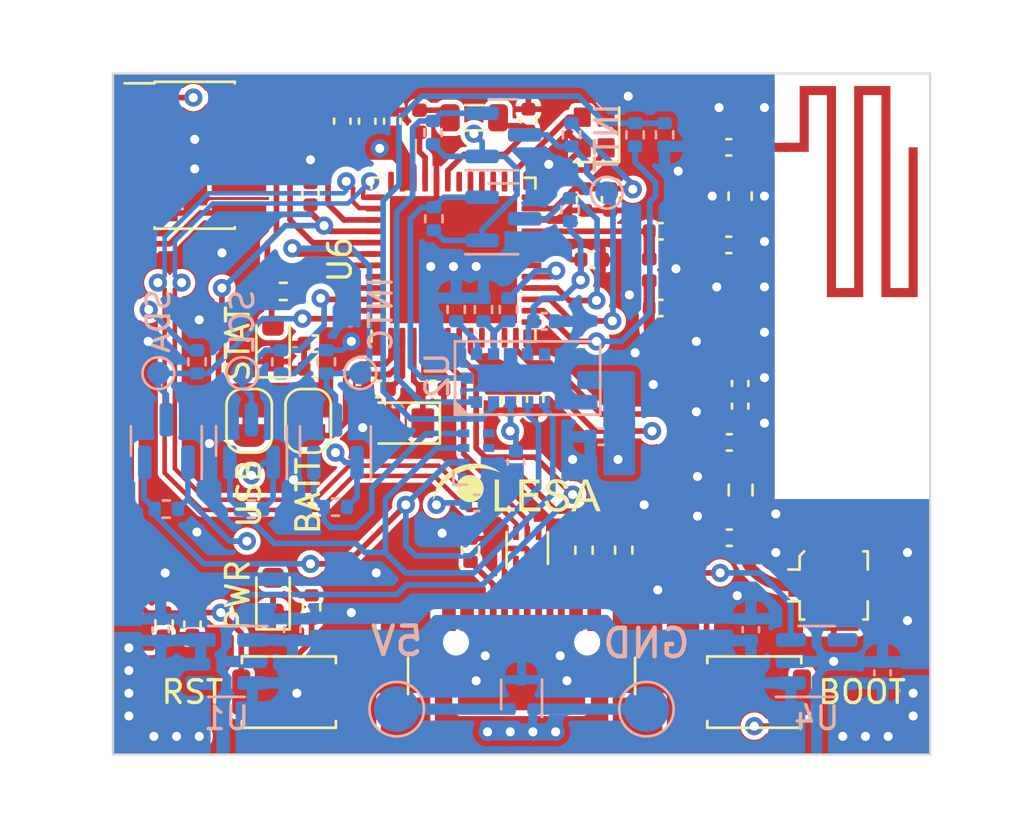
<source format=kicad_pcb>
(kicad_pcb (version 20221018) (generator pcbnew)
  (layers (0 "F.Cu" signal) (1 "In1.Cu" signal) (2 "In2.Cu" signal) (31 "B.Cu" signal) (34 "B.Paste" user) (35 "F.Paste" user) (36 "B.SilkS" user "B.Silkscreen") (37 "F.SilkS" user "F.Silkscreen") (38 "B.Mask" user) (39 "F.Mask" user) (44 "Edge.Cuts" user))
  (net 0 "")
  (net 1 "GND")
  (net 2 "+1V8")
  (net 3 "/OSC32_OUT")
  (net 4 "+3.3V")
  (net 5 "VBUS")
  (net 6 "Net-(U6-VFBSMPS)")
  (net 7 "NRST")
  (net 8 "Net-(D2-A)")
  (net 9 "Net-(J1-CC1)")
  (net 11 "Net-(J1-CC2)")
  (net 14 "SWDIO")
  (net 15 "SWCLK")
  (net 16 "SWO")
  (net 19 "Net-(JP1-B)")
  (net 20 "Net-(L1-Pad2)")
  (net 21 "/INT_CLR_1V8")
  (net 22 "PB5")
  (net 23 "BOOT")
  (net 24 "/OSC32_IN")
  (net 30 "unconnected-(U6-PA4-Pad13)")
  (net 33 "/OSC_OUT")
  (net 34 "/OSC_IN")
  (net 38 "USB_N")
  (net 39 "USB_P")
  (net 40 "INT_CLR_3V3")
  (net 42 "SCL_3V3")
  (net 43 "SDA_3V3")
  (net 44 "SCL_1V8")
  (net 45 "I2C_RST")
  (net 46 "/SYNC_1V8")
  (net 47 "/INT_TOF_1V8")
  (net 48 "INT_TOF_3V3")
  (net 49 "Net-(U2-SPI_I2C_N)")
  (net 50 "/LPn_1V8")
  (net 51 "/I2C_RST_1V8")
  (net 52 "SYNC_3V3")
  (net 54 "Net-(C25-Pad1)")
  (net 55 "Net-(C26-Pad1)")
  (net 56 "Net-(C26-Pad2)")
  (net 57 "Net-(J3-In)")
  (net 58 "Net-(D1-A)")
  (net 59 "Net-(U3-D+_in)")
  (net 60 "Net-(U3-D-_in)")
  (net 61 "Net-(U6-VLXSMPS)")
  (net 69 "Net-(JP2-B)")
  (net 70 "SDA_1V8")
  (net 71 "LPn_3V3")
  (net 72 "Net-(Q6-S)")
  (net 73 "RF")
  (net 74 "Net-(AE1-A)")
  (net 75 "Net-(C28-Pad1)")
  (net 76 "1V8_EN")
  (footprint "Jumper:SolderJumper-2_P1.3mm_Open_RoundedPad1.0x1.5mm" (layer "F.Cu") (at 138.6 115.3 -90)
    (fp_text reference "JP1" hide)
    (fp_text value "BATT")
  )
  (footprint "LED_SMD:LED_0603_1608Metric" (layer "F.Cu") (at 137.05 111.9 90)
    (fp_text reference "D2" hide)
    (fp_text value "STAT")
  )
  (footprint "Capacitor_SMD:C_0402_1005Metric" (layer "F.Cu") (at 154.105 106.95)
    (fp_text reference "C24" hide)
    (fp_text value "0.8pf")
  )
  (footprint "Inductor_SMD:L_0402_1005Metric" (layer "F.Cu") (at 143.5 102.1 -90)
    (fp_text reference "L2" hide)
    (fp_text value "10n")
  )
  (footprint "Capacitor_SMD:C_0402_1005Metric" (layer "F.Cu") (at 148.6 114.35 -90)
    (fp_text reference "C10" hide)
    (fp_text value "1u")
  )
  (footprint "Resistor_SMD:R_0402_1005Metric" (layer "F.Cu") (at 132.25 124.25 90)
    (fp_text reference "R21" hide)
    (fp_text value "1K")
  )
  (footprint "Capacitor_SMD:C_0402_1005Metric" (layer "F.Cu") (at 141.7 113.9 180)
    (fp_text reference "C14" hide)
    (fp_text value "10p")
  )
  (footprint "Capacitor_SMD:C_0402_1005Metric" (layer "F.Cu") (at 157.15 116.25 180)
    (fp_text reference "C28" hide)
    (fp_text value "~")
  )
  (footprint "Occupancy_Sensor_Custom_Footprints:LESA_8x4mm" (layer "F.Cu") (at 147.9 118.3)
    (fp_text reference "G***" hide)
    (fp_text value "LOGO" hide)
  )
  (footprint "Capacitor_SMD:C_0402_1005Metric" (layer "F.Cu") (at 157.63 114.65 -90)
    (fp_text reference "C31" hide)
    (fp_text value "10nf")
  )
  (footprint "Package_DFN_QFN:ST_UQFN-6L_1.5x1.7mm_P0.5mm" (layer "F.Cu") (at 148.25 120.9 90)
    (fp_text reference "U3" hide)
    (fp_text value "ECMF02-2AMX6")
  )
  (footprint "Capacitor_SMD:C_0402_1005Metric" (layer "F.Cu") (at 150.8 105.55 -90)
    (fp_text reference "C22" hide)
    (fp_text value "100n")
  )
  (footprint "Button_Switch_SMD:SW_Push_SPST_NO_Alps_SKRK" (layer "F.Cu") (at 158.25 127.25)
    (fp_text reference "SW1" hide)
    (fp_text value "BOOT")
  )
  (footprint "Capacitor_SMD:C_0402_1005Metric" (layer "F.Cu") (at 147.5 114.35 -90)
    (fp_text reference "C11" hide)
    (fp_text value "10n")
  )
  (footprint "Occupancy_Sensor_Custom_Footprints:NX2016SA_32M" (layer "F.Cu") (at 151.2 102.6 90)
    (fp_text reference "Y2" hide)
    (fp_text value "NX2016SA_32M")
  )
  (footprint "Capacitor_SMD:C_0402_1005Metric" (layer "F.Cu") (at 142.3 102.1 90)
    (fp_text reference "C17" hide)
    (fp_text value "100n")
  )
  (footprint "Button_Switch_SMD:SW_Push_SPST_NO_Alps_SKRK" (layer "F.Cu") (at 137.75 127.25 180)
    (fp_text reference "SW2" hide)
    (fp_text value "RST")
  )
  (footprint "Capacitor_SMD:C_0402_1005Metric" (layer "F.Cu") (at 151.1 108.2)
    (fp_text reference "C13" hide)
    (fp_text value "4.7u")
  )
  (footprint "Resistor_SMD:R_0402_1005Metric" (layer "F.Cu") (at 150.75 121 90)
    (fp_text reference "R2" hide)
    (fp_text value "5.1K")
  )
  (footprint "Capacitor_SMD:C_0402_1005Metric" (layer "F.Cu") (at 140.1 102.1 90)
    (fp_text reference "C16" hide)
    (fp_text value "100n")
  )
  (footprint "Jumper:SolderJumper-2_P1.3mm_Bridged_RoundedPad1.0x1.5mm" (layer "F.Cu") (at 136 115.3 -90)
    (fp_text reference "JP2" hide)
    (fp_text value "USB")
  )
  (footprint "Capacitor_SMD:C_0402_1005Metric" (layer "F.Cu") (at 157.63 113.65 90)
    (fp_text reference "C26" hide)
    (fp_text value "10nf")
  )
  (footprint "Capacitor_SMD:C_0402_1005Metric" (layer "F.Cu") (at 157.13 103.25 180)
    (fp_text reference "C30" hide)
    (fp_text value "1.2pf")
  )
  (footprint "LED_SMD:LED_0603_1608Metric" (layer "F.Cu") (at 137.05 123 90)
    (fp_text reference "D1" hide)
    (fp_text value "PWR")
  )
  (footprint "Capacitor_SMD:C_0402_1005Metric" (layer "F.Cu") (at 141.2 102.1 90)
    (fp_text reference "C15" hide)
    (fp_text value "4.7u")
  )
  (footprint "Resistor_SMD:R_0402_1005Metric" (layer "F.Cu") (at 137.5 109.6)
    (fp_text reference "R13" hide)
    (fp_text value "1K")
  )
  (footprint "Connector_Coaxial:U.FL_Molex_MCRF_73412-0110_Vertical" (layer "F.Cu") (at 161.75 122.55 -90)
    (fp_text reference "J3" hide)
    (fp_text value "Conn_Coaxial")
  )
  (footprint "Connector_PinHeader_1.27mm:PinHeader_2x05_P1.27mm_Vertical_SMD" (layer "F.Cu") (at 133.6 103.6)
    (fp_text reference "J2" hide)
    (fp_text value "Conn_02x05_Odd_Even")
  )
  (footprint "Capacitor_SMD:C_0402_1005Metric" (layer "F.Cu") (at 154.1 110.3282)
    (fp_text reference "C25" hide)
    (fp_text value "0.3pf")
  )
  (footprint "Resistor_SMD:R_0402_1005Metric" (layer "F.Cu") (at 152.5 121 -90)
    (fp_text reference "R15" hide)
    (fp_text value "1K")
  )
  (footprint "Inductor_SMD:L_0603_1608Metric" (layer "F.Cu") (at 157.63 105.4 90)
    (fp_text reference "L5" hide)
    (fp_text value "3.6nH")
  )
  (footprint "Resistor_SMD:R_0402_1005Metric" (layer "F.Cu") (at 145.75 121 90)
    (fp_text reference "R1" hide)
    (fp_text value "5.1K")
  )
  (footprint "Resistor_SMD:R_0402_1005Metric" (layer "F.Cu") (at 138.75 123.5 -90)
    (fp_text reference "R8" hide)
    (fp_text value "1K")
  )
  (footprint "Capacitor_SMD:C_0402_1005Metric" (layer "F.Cu") (at 157.13 107.55 180)
    (fp_text reference "C29" hide)
    (fp_text value "~")
  )
  (footprint "Package_DFN_QFN:QFN-48-1EP_7x7mm_P0.5mm_EP5.6x5.6mm" (layer "F.Cu") (at 145 108.2 90)
    (fp_text reference "U6")
    (fp_text value "STM32WB55CGUx")
  )
  (footprint "Capacitor_SMD:C_0402_1005Metric" (layer "F.Cu") (at 138.9 111.9 180)
    (fp_text reference "C18" hide)
    (fp_text value "100n")
  )
  (footprint "Occupancy_Sensor_Custom_Footprints:NX2012_32K768" (layer "F.Cu") (at 142.9 115.4 180)
    (fp_text reference "Y3" hide)
    (fp_text value "NX2012_32K768")
  )
  (footprint "Capacitor_SMD:C_0402_1005Metric" (layer "F.Cu") (at 151.9 105.55 -90)
    (fp_text reference "C23" hide)
    (fp_text value "100p")
  )
  (footprint "Capacitor_SMD:C_0402_1005Metric" (layer "F.Cu") (at 138.9 113 180)
    (fp_text reference "C20" hide)
    (fp_text value "100n")
  )
  (footprint "Capacitor_SMD:C_0402_1005Metric" (layer "F.Cu") (at 144.1 113.9 180)
    (fp_text reference "C12" hide)
    (fp_text value "10p")
  )
  (footprint "Occupancy_Sensor_Custom_Footprints:LFB182G45CGFD436" (layer "F.Cu") (at 154.75 112.75 135)
    (fp_text reference "U7" hide)
    (fp_text value "~")
  )
  (footprint "Capacitor_SMD:C_0402_1005Metric" (layer "F.Cu") (at 148.3 102.05 90)
    (fp_text reference "C19" hide)
    (fp_text value "4.7u")
  )
  (footprint "Inductor_SMD:L_0805_2012Metric" (layer "F.Cu") (at 145.9 101.95 180)
    (fp_text reference "L1" hide)
    (fp_text value "10u")
  )
  (footprint "Occupancy_Sensor_Custom_Footprints:USB4110-GF-A" (layer "F.Cu") (at 148 131.34)
    (fp_text reference "J1" hide)
    (fp_text value "USB_C_Receptacle")
  )
  (footprint "Occupancy_Sensor_Custom_Footprints:AN3359_Meander_Antenna" (layer "F.Cu") (at 159.15 103.25 -90)
    (fp_text reference "AE1" hide)
    (fp_text value "Antenna")
  )
  (footprint "Resistor_SMD:R_0603_1608Metric" (layer "F.Cu") (at 157.65 118.35 -90)
    (fp_text reference "L4" hide)
    (fp_text value "0R")
  )
  (footprint "Inductor_SMD:L_0402_1005Metric" (layer "F.Cu") (at 153.625 108.651 -90)
    (fp_text reference "L3" hide)
    (fp_text value "2.7nH")
  )
  (footprint "Capacitor_SMD:C_0402_1005Metric" (layer "F.Cu") (at 133.5 124.25 -90)
    (fp_text reference "C9" hide)
    (fp_text value "100n")
  )
  (footprint "Capacitor_SMD:C_0402_1005Metric" (layer "F.Cu") (at 138.7 105.3 90)
    (fp_text reference "C21" hide)
    (fp_text value "100n")
  )
  (footprint "Capacitor_SMD:C_0402_1005Metric" (layer "F.Cu") (at 157.15 120.45 180)
    (fp_text reference "C27" hide)
    (fp_text value "~")
  )
  (footprint "Resistor_SMD:R_0402_1005Metric" (layer "B.Cu") (at 145.12 110.4 90)
    (fp_text reference "R3" hide)
    (fp_text value "47K")
  )
  (footprint "Capacitor_SMD:C_0402_1005Metric" (layer "B.Cu") (at 132.1 124.5 90)
    (fp_text reference "C5" hide)
    (fp_text value "1u")
  )
  (footprint "Capacitor_SMD:C_0402_1005Metric" (layer "B.Cu") (at 149 110.915)
    (fp_text reference "C1" hide)
    (fp_text value "4.7u")
  )
  (footprint "Capacitor_SMD:C_0402_1005Metric" (layer "B.Cu") (at 146.02 118.915)
    (fp_text reference "C8" hide)
    (fp_text value "1u")
  )
  (footprint "Package_TO_SOT_SMD:SOT-523" (layer "B.Cu") (at 148 127.35 90)
    (fp_text reference "Q6" hide)
    (fp_text value "DMG1012T")
  )
  (footprint "Resistor_SMD:R_0402_1005Metric" (layer "B.Cu") (at 139.8 119.1 180)
    (fp_text reference "R14" hide)
    (fp_text value "2.2K")
  )
  (footprint "Package_TO_SOT_SMD:SOT-23" (layer "B.Cu") (at 139.8 116.2 90)
    (fp_text reference "Q3" hide)
    (fp_text value "2N7002")
  )
  (footprint "Resistor_SMD:R_0402_1005Metric" (layer "B.Cu") (at 146.32 110.4 90)
    (fp_text reference "R5" hide)
    (fp_text value "47K")
  )
  (footprint "Package_TO_SOT_SMD:SOT-23-5" (layer "B.Cu") (at 161 125.9)
    (fp_text reference "U4")
    (fp_text value "TPS7A03185PDQNR")
  )
  (footprint "Capacitor_SMD:C_0402_1005Metric" (layer "B.Cu") (at 158.1 124.5 90)
    (fp_text reference "C6" hide)
    (fp_text value "1u")
  )
  (footprint "TestPoint:TestPoint_Pad_D2.0mm" (layer "B.Cu") (at 142.5 128)
    (fp_text reference "TP1" hide)
    (fp_text value "5V")
  )
  (footprint "Capacitor_SMD:C_0402_1005Metric" (layer "B.Cu") (at 163.9 126.4 90)
    (fp_text reference "C7" hide)
    (fp_text value "1u")
  )
  (footprint "Package_TO_SOT_SMD:SOT-23" (layer "B.Cu") (at 147.2 102.7)
    (fp_text reference "Q1" hide)
    (fp_text value "2N7002")
  )
  (footprint "Resistor_SMD:R_0402_1005Metric" (layer "B.Cu") (at 154.3 102.7 -90)
    (fp_text reference "R12" hide)
    (fp_text value "47K")
  )
  (footprint "Package_TO_SOT_SMD:SOT-23" (layer "B.Cu") (at 136.1 116.1875 90)
    (fp_text reference "Q4" hide)
    (fp_text value "2N7002")
  )
  (footprint "TestPoint:TestPoint_Pad_D1.0mm" (layer "B.Cu") (at 135.7 113.2 180)
    (fp_text reference "TP3" hide)
    (fp_text value "SCL")
  )
  (footprint "TestPoint:TestPoint_Pad_D2.0mm" (layer "B.Cu") (at 153.5 128 -90)
    (fp_text reference "TP2" hide)
    (fp_text value "GND")
  )
  (footprint "Resistor_SMD:R_0402_1005Metric" (layer "B.Cu") (at 150.1375 106 90)
    (fp_text reference "R10" hide)
    (fp_text value "47K")
  )
  (footprint "Resistor_SMD:R_0402_1005Metric" (layer "B.Cu") (at 136.1 119.1875 180)
    (fp_text reference "R16" hide)
    (fp_text value "2.2K")
  )
  (footprint "Capacitor_SMD:C_0402_1005Metric" (layer "B.Cu") (at 147.75 117.115 -90)
    (fp_text reference "C4" hide)
    (fp_text value "100n")
  )
  (footprint "Resistor_SMD:R_0402_1005Metric" (layer "B.Cu") (at 133.7 112.7 -90)
    (fp_text reference "R20" hide)
    (fp_text value "2.2K")
  )
  (footprint "Occupancy_Sensor_Custom_Footprints:VL53L8CX" (layer "B.Cu") (at 148.265 113.415 180)
    (fp_text reference "U2")
    (fp_text value "VL53L8CX")
  )
  (footprint "Resistor_SMD:R_0402_1005Metric" (layer "B.Cu") (at 147.42 110.4 -90)
    (fp_text reference "R4" hide)
    (fp_text value "40K")
  )
  (footprint "Package_TO_SOT_SMD:SOT-23" (layer "B.Cu") (at 147.2 106.4)
    (fp_text reference "Q2" hide)
    (fp_text value "2N7002")
  )
  (footprint "Package_TO_SOT_SMD:SOT-23-5" (layer "B.Cu") (at 135 125.9 180)
    (fp_text reference "U1")
    (fp_text value "TPS7A0333PDBVR")
  )
  (footprint "TestPoint:TestPoint_Pad_D1.0mm" (layer "B.Cu") (at 151.75 105.25 180)
    (fp_text reference "TP5" hide)
    (fp_text value "INTT")
  )
  (footprint "Package_TO_SOT_SMD:SOT-23" (layer "B.Cu") (at 132.35 116.1875 90)
    (fp_text reference "Q5" hide)
    (fp_text value "2N7002")
  )
  (footprint "TestPoint:TestPoint_Pad_D1.0mm" (layer "B.Cu") (at 132 113.2 180)
    (fp_text reference "TP4" hide)
    (fp_text value "SDA")
  )
  (footprint "Occupancy_Sensor_Custom_Footprints:TCS3430" (layer "B.Cu") (at 146 116.815)
    (fp_text reference "U5" hide)
    (fp_text value "TCS3430")
  )
  (footprint "Capacitor_SMD:C_0402_1005Metric" (layer "B.Cu") (at 151.5 116 180)
    (fp_text reference "C2" hide)
    (fp_text value "100n")
  )
  (footprint "Capacitor_SMD:C_0402_1005Metric" (layer "B.Cu") (at 137.9 124.5 90)
    (fp_text reference "C3" hide)
    (fp_text value "1u")
  )
  (footprint "Resistor_SMD:R_0402_1005Metric" (layer "B.Cu") (at 139.4 112.7 -90)
    (fp_text reference "R17" hide)
    (fp_text value "2.2K")
  )
  (footprint "TestPoint:TestPoint_Pad_D1.0mm" (layer "B.Cu") (at 140.9 113.2 180)
    (fp_text reference "TP7" hide)
    (fp_text value "INTC")
  )
  (footprint "Resistor_SMD:R_0402_1005Metric" (layer "B.Cu") (at 144.1 102.6 90)
    (fp_text reference "R6" hide)
    (fp_text value "47K")
  )
  (footprint "Resistor_SMD:R_0402_1005Metric" (layer "B.Cu") (at 132.35 119.1875 180)
    (fp_text reference "R19" hide)
    (fp_text value "2.2K")
  )
  (footprint "Resistor_SMD:R_0402_1005Metric" (layer "B.Cu") (at 153 102.7 90)
    (fp_text reference "R11" hide)
    (fp_text value "40K")
  )
  (footprint "Resistor_SMD:R_0402_1005Metric" (layer "B.Cu") (at 144.1375 106.4 90)
    (fp_text reference "R7" hide)
    (fp_text value "47K")
  )
  (footprint "Resistor_SMD:R_0402_1005Metric" (layer "B.Cu") (at 150.2 102.7 -90)
    (fp_text reference "R9" hide)
    (fp_text value "47K")
  )
  (footprint "Resistor_SMD:R_0402_1005Metric" (layer "B.Cu") (at 137.4 112.7 90)
    (fp_text reference "R18" hide)
    (fp_text value "2.2K")
  )
  (gr_line (start 166 100) (end 130 100) (stroke (width 0.1)) (layer "Edge.Cuts"))
  (gr_line (start 130 130) (end 166 130) (stroke (width 0.1)) (layer "Edge.Cuts"))
  (gr_line (start 166 130) (end 166 100) (stroke (width 0.1)) (layer "Edge.Cuts"))
  (gr_line (start 130 100) (end 130 130) (stroke (width 0.1)) (layer "Edge.Cuts"))
  (segment (start 150.675 103.275) (end 150.075 103.275) (width 0.25) (layer "F.Cu") (net 1))
  (segment (start 150.075 103.275) (end 149.7 103.65) (width 0.25) (layer "F.Cu") (net 1))
  (segment (start 144.25 107.45) (end 145 108.5) (width 0.25) (layer "F.Cu") (net 1))
  (segment (start 138.7 104.82) (end 138.7 103.8) (width 0.25) (layer "F.Cu") (net 1))
  (segment (start 144.25 104.7625) (end 144.25 107.45) (width 0.25) (layer "F.Cu") (net 1))
  (segment (start 146.75 106.45) (end 145 108.2) (width 0.25) (layer "F.Cu") (net 1))
  (segment (start 145 108.5) (end 145 108.2) (width 0.25) (layer "F.Cu") (net 1))
  (segment (start 148.4375 106.45) (end 146.75 106.45) (width 0.25) (layer "F.Cu") (net 1))
  (via (at 153 112.3) (size 0.8) (drill 0.4) (layers "F.Cu" "B.Cu") (net 1))
  (via (at 154.9 104.3) (size 0.8) (drill 0.4) (layers "F.Cu" "B.Cu") (net 1))
  (via (at 156.7 101.5) (size 0.8) (drill 0.4) (layers "F.Cu" "B.Cu") (net 1))
  (via (at 158.7 111.4) (size 0.8) (drill 0.4) (layers "F.Cu" "B.Cu") (net 1))
  (via (at 133.7 120.2) (size 0.8) (drill 0.4) (layers "F.Cu" "B.Cu") (net 1))
  (via (at 134.25 116.3) (size 0.8) (drill 0.4) (layers "F.Cu" "B.Cu") (net 1))
  (via (at 153.4 119) (size 0.8) (drill 0.4) (layers "F.Cu" "B.Cu") (net 1))
  (via (at 134.8 107.9) (size 0.8) (drill 0.4) (layers "F.Cu" "B.Cu") (net 1))
  (via (at 144.5 120.25) (size 0.8) (drill 0.4) (layers "F.Cu" "B.Cu") (net 1))
  (via (at 131.55 111.8) (size 0.8) (drill 0.4) (layers "F.Cu" "B.Cu") (net 1))
  (via (at 155.75 119.5) (size 0.8) (drill 0.4) (layers "F.Cu" "B.Cu") (net 1))
  (via (at 141 115.6) (size 0.8) (drill 0.4) (layers "F.Cu" "B.Cu") (net 1))
  (via (at 152.7 101) (size 0.8) (drill 0.4) (layers "F.Cu" "B.Cu") (net 1))
  (via (at 133.8 110.85) (size 0.8) (drill 0.4) (layers "F.Cu" "B.Cu") (net 1))
  (via (at 159.2 119.4) (size 0.8) (drill 0.4) (layers "F.Cu" "B.Cu") (net 1))
  (via (at 155.7 114.9) (size 0.8) (drill 0.4) (layers "F.Cu" "B.Cu") (net 1))
  (via (at 158.7 109.4) (size 0.8) (drill 0.4) (layers "F.Cu" "B.Cu") (net 1))
  (via (at 138.7 103.8) (size 0.8) (drill 0.4) (layers "F.Cu" "B.Cu") (net 1))
  (via (at 165 121.1) (size 0.8) (drill 0.4) (layers "F.Cu" "B.Cu") (net 1))
  (via (at 159.2 121.1) (size 0.8) (drill 0.4) (layers "F.Cu" "B.Cu") (net 1))
  (via (at 133.6 104.2) (size 0.8) (drill 0.4) (layers "F.Cu" "B.Cu") (net 1))
  (via (at 149.5 129) (size 0.8) (drill 0.4) (layers "F.Cu" "B.Cu") (net 1))
  (via (at 154.8 108.6) (size 0.8) (drill 0.4) (layers "F.Cu" "B.Cu") (net 1))
  (via (at 140.5 123.75) (size 0.8) (drill 0.4) (layers "F.Cu" "B.Cu") (net 1))
  (via (at 150.25 117) (size 0.8) (drill 0.4) (layers "F.Cu" "B.Cu") (net 1))
  (via (at 137.95 117.9) (size 0.8) (drill 0.4) (layers "F.Cu" "B.Cu") (net 1))
  (via (at 158.7 107.4) (size 0.8) (drill 0.4) (layers "F.Cu" "B.Cu") (net 1))
  (via (at 153.8 113.7) (size 0.8) (drill 0.4) (layers "F.Cu" "B.Cu") (net 1))
  (via (at 133.6 102.9) (size 0.8) (drill 0.4) (layers "F.Cu" "B.Cu") (net 1))
  (via (at 158.7 101.5) (size 0.8) (drill 0.4) (layers "F.Cu" "B.Cu") (net 1))
  (via (at 155.7 111.8) (size 0.8) (drill 0.4) (layers "F.Cu" "B.Cu") (net 1))
  (via (at 141.6 122) (size 0.8) (drill 0.4) (layers "F.Cu" "B.Cu") (net 1))
  (via (at 144 108.5) (size 0.8) (drill 0.4) (layers "F.Cu" "B.Cu") (net 1))
  (via (at 154 122.75) (size 0.8) (drill 0.4) (layers "F.Cu" "B.Cu") (net 1))
  (via (at 156.6 109.4) (size 0.8) (drill 0.4) (layers "F.Cu" "B.Cu") (net 1))
  (via (at 155.75 117.75) (size 0.8) (drill 0.4) (layers "F.Cu" "B.Cu") (net 1))
  (via (at 158.7 105.4) (size 0.8) (drill 0.4) (layers "F.Cu" "B.Cu") (net 1))
  (via (at 156.4 105.4) (size 0.8) (drill 0.4) (layers "F.Cu" "B.Cu") (net 1))
  (via (at 147.5 129) (size 0.8) (drill 0.4) (layers "F.Cu" "B.Cu") (net 1))
  (via (at 158.7 113.4) (size 0.8) (drill 0.4) (layers "F.Cu" "B.Cu") (net 1))
  (via (at 152.75 109.75) (size 0.8) (drill 0.4) (layers "F.Cu" "B.Cu") (net 1))
  (via (at 146.5 129) (size 0.8) (drill 0.4) (layers "F.Cu" "B.Cu") (net 1))
  (via (at 158.7 115.4) (size 0.8) (drill 0.4) (layers "F.Cu" "B.Cu") (net 1))
  (via (at 157.5 123) (size 0.8) (drill 0.4) (layers "F.Cu" "B.Cu") (net 1))
  (via (at 165 124.1) (size 0.8) (drill 0.4) (layers "F.Cu" "B.Cu") (net 1))
  (via (at 145 108.5) (size 0.8) (drill 0.4) (layers "F.Cu" "B.Cu") (net 1))
  (via (at 146 108.5) (size 0.8) (drill 0.4) (layers "F.Cu" "B.Cu") (net 1))
  (via (at 132.3 122) (size 0.8) (drill 0.4) (layers "F.Cu" "B.Cu") (net 1))
  (via (at 161.75 125.9) (size 0.8) (drill 0.4) (layers "F.Cu" "B.Cu") (net 1))
  (via (at 149.2 104) (size 0.8) (drill 0.4) (layers "F.Cu" "B.Cu") (net 1))
  (via (at 148.5 129) (size 0.8) (drill 0.4) (layers "F.Cu" "B.Cu") (net 1))
  (segment (start 136.1375 125.9) (end 135.6 125.9) (width 0.25) (layer "B.Cu") (net 1))
  (segment (start 149.5 129) (end 146.5 129) (width 0.75) (layer "B.Cu") (net 1))
  (via (at 165.25 128.3) (size 0.8) (drill 0.4) (layers "F.Cu" "B.Cu") (net 2))
  (via (at 147.5 115.75) (size 0.8) (drill 0.4) (layers "F.Cu" "B.Cu") (net 2))
  (via (at 164.15 129.2) (size 0.8) (drill 0.4) (layers "F.Cu" "B.Cu") (net 2))
  (via (at 152.25 117) (size 0.8) (drill 0.4) (layers "F.Cu" "B.Cu") (net 2))
  (via (at 162.15 129.2) (size 0.8) (drill 0.4) (layers "F.Cu" "B.Cu") (net 2))
  (via (at 145.9 102.6495) (size 0.8) (drill 0.4) (layers "F.Cu" "B.Cu") (net 2))
  (via (at 165.25 127.3) (size 0.8) (drill 0.4) (layers "F.Cu" "B.Cu") (net 2))
  (via (at 163.15 129.2) (size 0.8) (drill 0.4) (layers "F.Cu" "B.Cu") (net 2))
  (via (at 139.8 116.7) (size 0.8) (drill 0.4) (layers "F.Cu" "B.Cu") (net 2))
  (via (at 136.1 117.7) (size 0.8) (drill 0.4) (layers "F.Cu" "B.Cu") (net 2))
  (via (at 144.25 119) (size 0.8) (drill 0.4) (layers "F.Cu" "B.Cu") (net 2))
  (via (at 135.9 120.6) (size 0.8) (drill 0.4) (layers "F.Cu" "B.Cu") (net 2))
  (segment (start 133.3 117.125) (end 133.3 118.7475) (width 0.25) (layer "B.Cu") (net 2))
  (segment (start 136.675 117.125) (end 136.1 117.7) (width 0.25) (layer "B.Cu") (net 2))
  (segment (start 147.8 105.328249) (end 147.8 104.2) (width 0.25) (layer "B.Cu") (net 2))
  (segment (start 137.05 117.125) (end 137.05 118.7475) (width 0.25) (layer "B.Cu") (net 2))
  (segment (start 140.75 118.66) (end 140.31 119.1) (width 0.25) (layer "B.Cu") (net 2))
  (segment (start 146.2625 103.65) (end 146.2625 103.012) (width 0.25) (layer "B.Cu") (net 2))
  (segment (start 146.2625 103.65) (end 144.64 103.65) (width 0.25) (layer "B.Cu") (net 2))
  (segment (start 137.05 118.7475) (end 136.61 119.1875) (width 0.25) (layer "B.Cu") (net 2))
  (segment (start 144.64 103.65) (end 144.1 103.11) (width 0.25) (layer "B.Cu") (net 2))
  (segment (start 135.1525 120.6) (end 135.9 120.6) (width 0.25) (layer "B.Cu") (net 2))
  (segment (start 145.45 117.775) (end 145.45 118.825) (width 0.25) (layer "B.Cu") (net 2))
  (segment (start 137.05 117.125) (end 136.675 117.125) (width 0.25) (layer "B.Cu") (net 2))
  (segment (start 147.8 104.2) (end 147.25 103.65) (width 0.25) (layer "B.Cu") (net 2))
  (segment (start 147.515 114.4725) (end 147.515 115.713787) (width 0.25) (layer "B.Cu") (net 2))
  (segment (start 145.54 118.915) (end 144.485 118.915) (width 0.25) (layer "B.Cu") (net 2))
  (segment (start 133.3 118.7475) (end 132.86 119.1875) (width 0.25) (layer "B.Cu") (net 2))
  (segment (start 146.2625 107.35) (end 144.5775 107.35) (width 0.25) (layer "B.Cu") (net 2))
  (segment (start 146.2625 103.012) (end 145.9 102.6495) (width 0.25) (layer "B.Cu") (net 2))
  (segment (start 147.75 115.865) (end 147.75 116.635) (width 0.25) (layer "B.Cu") (net 2))
  (segment (start 140.2375 117.1375) (end 139.8 116.7) (width 0.25) (layer "B.Cu") (net 2))
  (segment (start 146.2625 107.35) (end 146.2625 106.865749) (width 0.25) (layer "B.Cu") (net 2))
  (segment (start 147.5 115.615) (end 147.75 115.865) (width 0.25) (layer "B.Cu") (net 2))
  (segment (start 146.2625 106.865749) (end 147.8 105.328249) (width 0.25) (layer "B.Cu") (net 2))
  (segment (start 140.75 117.1375) (end 140.2375 117.1375) (width 0.25) (layer "B.Cu") (net 2))
  (segment (start 147.25 103.65) (end 146.2625 103.65) (width 0.25) (layer "B.Cu") (net 2))
  (segment (start 145.45 118.825) (end 145.54 118.915) (width 0.25) (layer "B.Cu") (net 2))
  (segment (start 133.3 118.7475) (end 135.1525 120.6) (width 0.25) (layer "B.Cu") (net 2))
  (segment (start 144.5775 107.35) (end 144.1375 106.91) (width 0.25) (layer "B.Cu") (net 2))
  (segment (start 140.75 117.1375) (end 140.75 118.66) (width 0.25) (layer "B.Cu") (net 2))
  (arc (start 147.515 115.713787) (mid 147.511102 115.733385) (end 147.5 115.75) (width 0.25) (layer "B.Cu") (net 2))
  (segment (start 143.62 113.9) (end 143.25 113.53) (width 0.25) (layer "F.Cu") (net 3))
  (segment (start 143.65 113.93) (end 143.62 113.9) (width 0.25) (layer "F.Cu") (net 3))
  (segment (start 143.25 113.53) (end 143.25 111.6375) (width 0.25) (layer "F.Cu") (net 3))
  (segment (start 143.65 115.4) (end 143.65 113.93) (width 0.25) (layer "F.Cu") (net 3))
  (segment (start 160.35 128.15) (end 160.35 127.25) (width 0.25) (layer "F.Cu") (net 4))
  (segment (start 130.7 125.3) (end 131.71 125.3) (width 0.25) (layer "F.Cu") (net 4))
  (segment (start 150.33 105.07) (end 150.8 105.07) (width 0.25) (layer "F.Cu") (net 4))
  (segment (start 131.71 125.3) (end 132.25 124.76) (width 0.25) (layer "F.Cu") (net 4))
  (segment (start 150.8 105.07) (end 151.9 105.07) (width 0.25) (layer "F.Cu") (net 4))
  (segment (start 148.6 113.87) (end 149.37 113.87) (width 0.25) (layer "F.Cu") (net 4))
  (segment (start 148.6 113.87) (end 148.63 113.9) (width 0.25) (layer "F.Cu") (net 4))
  (segment (start 151.25 115.75) (end 153.75 115.75) (width 0.25) (layer "F.Cu") (net 4))
  (segment (start 150.6 108.22) (end 150.62 108.2) (width 0.25) (layer "F.Cu") (net 4))
  (segment (start 158.25 128.75) (end 159.75 128.75) (width 0.25) (layer "F.Cu") (net 4))
  (segment (start 150.62 108.2) (end 150.2 108.2) (width 0.25) (layer "F.Cu") (net 4))
  (segment (start 159.75 128.75) (end 160.35 128.15) (width 0.25) (layer "F.Cu") (net 4))
  (segment (start 148.4375 105.95) (end 149.45 105.95) (width 0.25) (layer "F.Cu") (net 4))
  (segment (start 149.37 113.87) (end 151.25 115.75) (width 0.25) (layer "F.Cu") (net 4))
  (segment (start 150.62 109.08) (end 150.6 109.1) (width 0.25) (layer "F.Cu") (net 4))
  (segment (start 150.62 108.2) (end 150.62 109.08) (width 0.25) (layer "F.Cu") (net 4))
  (segment (start 149.45 107.45) (end 150.2 108.2) (width 0.25) (layer "F.Cu") (net 4))
  (segment (start 152.87 105.07) (end 152.9 105.1) (width 0.25) (layer "F.Cu") (net 4))
  (segment (start 151.9 105.07) (end 152.87 105.07) (width 0.25) (layer "F.Cu") (net 4))
  (segment (start 149.45 105.95) (end 150.33 105.07) (width 0.25) (layer "F.Cu") (net 4))
  (segment (start 148.4375 107.45) (end 149.45 107.45) (width 0.25) (layer "F.Cu") (net 4))
  (segment (start 131.65 101.06) (end 133.54 101.06) (width 0.25) (layer "F.Cu") (net 4))
  (via (at 131.8 129.2) (size 0.8) (drill 0.4) (layers "F.Cu" "B.Cu") (net 4))
  (via (at 153.75 115.75) (size 0.8) (drill 0.4) (layers "F.Cu" "B.Cu") (net 4))
  (via (at 140.5 111.8) (size 0.8) (drill 0.4) (layers "F.Cu" "B.Cu") (net 4))
  (via (at 133.8 129.2) (size 0.8) (drill 0.4) (layers "F.Cu" "B.Cu") (net 4))
  (via (at 133.54 101.06) (size 0.8) (drill 0.4) (layers "F.Cu" "B.Cu") (net 4))
  (via (at 130.7 125.3) (size 0.8) (drill 0.4) (layers "F.Cu" "B.Cu") (net 4))
  (via (at 130.7 128.3) (size 0.8) (drill 0.4) (layers "F.Cu" "B.Cu") (net 4))
  (via (at 130.7 126.3) (size 0.8) (drill 0.4) (layers "F.Cu" "B.Cu") (net 4))
  (via (at 141.75 103.3) (size 0.8) (drill 0.4) (layers "F.Cu" "B.Cu") (net 4))
  (via (at 158.25 128.75) (size 0.8) (drill 0.4) (layers "F.Cu" "B.Cu") (net 4))
  (via (at 132.8 129.2) (size 0.8) (drill 0.4) (layers "F.Cu" "B.Cu") (net 4))
  (via (at 130.7 127.3) (size 0.8) (drill 0.4) (layers "F.Cu" "B.Cu") (net 4))
  (via (at 152.9 105.1) (size 0.8) (drill 0.4) (layers "F.Cu" "B.Cu") (net 4))
  (via (at 131.575499 110.4) (size 0.8) (drill 0.4) (layers "F.Cu" "B.Cu") (net 4))
  (via (at 150.6 109.1) (size 0.8) (drill 0.4) (layers "F.Cu" "B.Cu") (net 4))
  (segment (start 148.52 110.915) (end 148.52 110.3) (width 0.25) (layer "B.Cu") (net 4))
  (segment (start 131.575499 110.4) (end 133.365499 112.19) (width 0.25) (layer "B.Cu") (net 4))
  (segment (start 150.2 102.19) (end 152.9 104.89) (width 0.25) (layer "B.Cu") (net 4))
  (segment (start 150.6 107.3725) (end 150.1375 106.91) (width 0.25) (layer "B.Cu") (net 4))
  (segment (start 152.9 104.89) (end 152.9 105.1) (width 0.25) (layer "B.Cu") (net 4))
  (segment (start 150.1375 106.91) (end 150.1375 106.51) (width 0.25) (layer "B.Cu") (net 4))
  (segment (start 133.365499 112.19) (end 133.7 112.19) (width 0.25) (layer "B.Cu") (net 4))
  (segment (start 148.52 110.915) (end 148.3 111.135) (width 0.25) (layer "B.Cu") (net 4))
  (segment (start 139.4 112.19) (end 140.11 112.19) (width 0.25) (layer "B.Cu") (net 4))
  (segment (start 149.8 109.9) (end 150.6 109.1) (width 0.25) (layer "B.Cu") (net 4))
  (segment (start 140.5 111.8) (end 140.5 111.99) (width 0.25) (layer "B.Cu") (net 4))
  (segment (start 148.3 111.135) (end 148.3 112.3575) (width 0.25) (layer "B.Cu") (net 4))
  (segment (start 148.52 110.3) (end 148.92 109.9) (width 0.25) (layer "B.Cu") (net 4))
  (segment (start 137.99 113.21) (end 137.4 113.21) (width 0.25) (layer "B.Cu") (net 4))
  (segment (start 140.11 112.19) (end 140.5 111.8) (width 0.25) (layer "B.Cu") (net 4))
  (segment (start 148.92 109.9) (end 149.8 109.9) (width 0.25) (layer "B.Cu") (net 4))
  (segment (start 139.4 112.19) (end 139.01 112.19) (width 0.25) (layer "B.Cu") (net 4))
  (segment (start 139.01 112.19) (end 137.99 113.21) (width 0.25) (layer "B.Cu") (net 4))
  (segment (start 150.6 109.1) (end 150.6 107.3725) (width 0.25) (layer "B.Cu") (net 4))
  (segment (start 138.1 125.65) (end 138.1 127.3) (width 0.25) (layer "F.Cu") (net 5))
  (segment (start 138.75 124.01) (end 138.75 125) (width 0.25) (layer "F.Cu") (net 5))
  (segment (start 138.75 125) (end 138.1 125.65) (width 0.25) (layer "F.Cu") (net 5))
  (via (at 149.7 125.65) (size 0.8) (drill 0.4) (layers "F.Cu" "B.Cu") (net 5))
  (via (at 150 126.75) (size 0.8) (drill 0.4) (layers "F.Cu" "B.Cu") (net 5))
  (via (at 146.4 125.65) (size 0.8) (drill 0.4) (layers "F.Cu" "B.Cu") (net 5))
  (via (at 146 126.75) (size 0.8) (drill 0.4) (layers "F.Cu" "B.Cu") (net 5))
  (via (at 138.1 127.3) (size 0.8) (drill 0.4) (layers "F.Cu" "B.Cu") (net 5))
  (segment (start 148.3 102.53) (end 148.07 102.3) (width 0.25) (layer "F.Cu") (net 6))
  (segment (start 147.266504 103.563496) (end 148.3 102.53) (width 0.25) (layer "F.Cu") (net 6))
  (segment (start 147.3125 102.3) (end 146.9625 101.95) (width 0.25) (layer "F.Cu") (net 6))
  (segment (start 148.07 102.3) (end 147.3125 102.3) (width 0.25) (layer "F.Cu") (net 6))
  (segment (start 144.75 104.7625) (end 144.75 104.276992) (width 0.25) (layer "F.Cu") (net 6))
  (segment (start 145.463496 103.563496) (end 147.266504 103.563496) (width 0.25) (layer "F.Cu") (net 6))
  (segment (start 144.75 104.276992) (end 145.463496 103.563496) (width 0.25) (layer "F.Cu") (net 6))
  (segment (start 132.5 107.5) (end 131.9 107.5) (width 0.25) (layer "F.Cu") (net 7))
  (segment (start 130.8 123.05) (end 131.52 123.77) (width 0.25) (layer "F.Cu") (net 7))
  (segment (start 133.52 123.75) (end 133.5 123.77) (width 0.25) (layer "F.Cu") (net 7))
  (segment (start 135.65 124.65) (end 135.65 127.25) (width 0.25) (layer "F.Cu") (net 7))
  (segment (start 146 113.2) (end 146 116.5) (width 0.25) (layer "F.Cu") (net 7))
  (segment (start 145.25 112.45) (end 146 113.2) (width 0.25) (layer "F.Cu") (net 7))
  (segment (start 131.52 123.77) (end 133.5 123.77) (width 0.25) (layer "F.Cu") (net 7))
  (segment (start 148.6 116.9) (end 147.25 116.9) (width 0.25) (layer "F.Cu") (net 7))
  (segment (start 135.55 106.14) (end 133.86 106.14) (width 0.25) (layer "F.Cu") (net 7))
  (segment (start 131.9 107.5) (end 130.8 108.6) (width 0.25) (layer "F.Cu") (net 7))
  (segment (start 146.4 116.9) (end 147.25 116.9) (width 0.25) (layer "F.Cu") (net 7))
  (segment (start 134.75 123.75) (end 133.52 123.75) (width 0.25) (layer "F.Cu") (net 7))
  (segment (start 130.8 108.6) (end 130.8 123.05) (width 0.25) (layer "F.Cu") (net 7))
  (segment (start 133.86 106.14) (end 132.5 107.5) (width 0.25) (layer "F.Cu") (net 7))
  (segment (start 150.25 118.55) (end 148.6 116.9) (width 0.25) (layer "F.Cu") (net 7))
  (segment (start 145.25 111.6375) (end 145.25 112.45) (width 0.25) (layer "F.Cu") (net 7))
  (segment (start 134.75 123.75) (end 135.65 124.65) (width 0.25) (layer "F.Cu") (net 7))
  (segment (start 146 116.5) (end 146.4 116.9) (width 0.25) (layer "F.Cu") (net 7))
  (via (at 150.25 118.55) (size 0.8) (drill 0.4) (layers "F.Cu" "B.Cu") (net 7))
  (via (at 134.75 123.75) (size 0.8) (drill 0.4) (layers "F.Cu" "B.Cu") (net 7))
  (segment (start 135.55 122.95) (end 134.75 123.75) (width 0.25) (layer "B.Cu") (net 7))
  (segment (start 150.25 118.55) (end 146.275 122.525) (width 0.25) (layer "B.Cu") (net 7))
  (segment (start 142.5 122.95) (end 135.55 122.95) (width 0.25) (layer "B.Cu") (net 7))
  (segment (start 142.925 122.525) (end 142.5 122.95) (width 0.25) (layer "B.Cu") (net 7))
  (segment (start 146.275 122.525) (end 142.925 122.525) (width 0.25) (layer "B.Cu") (net 7))
  (segment (start 136.99 111.0525) (end 137.05 111.1125) (width 0.25) (layer "F.Cu") (net 8))
  (segment (start 136.99 109.6) (end 136.99 111.0525) (width 0.25) (layer "F.Cu") (net 8))
  (segment (start 145.75 121.51) (end 146.75 122.51) (width 0.25) (layer "F.Cu") (net 9))
  (segment (start 146.75 122.51) (end 146.75 123.7396) (width 0.25) (layer "F.Cu") (net 9))
  (segment (start 146.090502 121.850503) (end 145.75 121.51) (width 0.25) (layer "F.Cu") (net 9))
  (segment (start 149.75 122.51) (end 149.75 123.7396) (width 0.25) (layer "F.Cu") (net 11))
  (segment (start 150.75 121.51) (end 149.75 122.51) (width 0.25) (layer "F.Cu") (net 11))
  (segment (start 139.475 105.75) (end 140.175 106.45) (width 0.25) (layer "F.Cu") (net 14))
  (segment (start 135.55 101.06) (end 137.11 101.06) (width 0.25) (layer "F.Cu") (net 14))
  (segment (start 140.175 106.45) (end 141.5625 106.45) (width 0.25) (layer "F.Cu") (net 14))
  (segment (start 139.475 103.425) (end 139.475 105.75) (width 0.25) (layer "F.Cu") (net 14))
  (segment (start 137.11 101.06) (end 139.475 103.425) (width 0.25) (layer "F.Cu") (net 14))
  (segment (start 137.8 106.45) (end 137.8 103.05) (width 0.25) (layer "F.Cu") (net 15))
  (segment (start 137.8 103.05) (end 137.08 102.33) (width 0.25) (layer "F.Cu") (net 15))
  (segment (start 141.5625 107.45) (end 138.8 107.45) (width 0.25) (layer "F.Cu") (net 15))
  (segment (start 138.8 107.45) (end 137.8 106.45) (width 0.25) (layer "F.Cu") (net 15))
  (segment (start 137.08 102.33) (end 135.55 102.33) (width 0.25) (layer "F.Cu") (net 15))
  (segment (start 138.15 108.45) (end 137.9 108.7) (width 0.25) (layer "F.Cu") (net 16))
  (segment (start 141.5625 108.45) (end 138.15 108.45) (width 0.25) (layer "F.Cu") (net 16))
  (segment (start 137.2 108.7) (end 136.8 108.3) (width 0.25) (layer "F.Cu") (net 16))
  (segment (start 137.9 108.7) (end 137.2 108.7) (width 0.25) (layer "F.Cu") (net 16))
  (segment (start 136.5 103.6) (end 135.55 103.6) (width 0.25) (layer "F.Cu") (net 16))
  (segment (start 137.2 107.086396) (end 137.2 104.3) (width 0.25) (layer "F.Cu") (net 16))
  (segment (start 136.8 108.3) (end 136.8 107.486396) (width 0.25) (layer "F.Cu") (net 16))
  (segment (start 136.8 107.486396) (end 137.2 107.086396) (width 0.25) (layer "F.Cu") (net 16))
  (segment (start 137.2 104.3) (end 136.5 103.6) (width 0.25) (layer "F.Cu") (net 16))
  (segment (start 138.6 115.95) (end 139.65 115.95) (width 0.25) (layer "F.Cu") (net 19))
  (segment (start 140.9 112.8) (end 142 112.8) (width 0.25) (layer "F.Cu") (net 19))
  (segment (start 140.25 115.35) (end 140.25 113.45) (width 0.25) (layer "F.Cu") (net 19))
  (segment (start 140.25 113.45) (end 140.9 112.8) (width 0.25) (layer "F.Cu") (net 19))
  (segment (start 139.65 115.95) (end 140.25 115.35) (width 0.25) (layer "F.Cu") (net 19))
  (segment (start 142.25 112.55) (end 142.25 111.6375) (width 0.25) (layer "F.Cu") (net 19))
  (segment (start 142 112.8) (end 142.25 112.55) (width 0.25) (layer "F.Cu") (net 19))
  (segment (start 143.5 101.615) (end 144.5025 101.615) (width 0.25) (layer "F.Cu") (net 20))
  (segment (start 144.5025 101.615) (end 144.8375 101.95) (width 0.25) (layer "F.Cu") (net 20))
  (segment (start 139.29 119.1) (end 139.29 119.49) (width 0.25) (layer "B.Cu") (net 21))
  (segment (start 141.4 118.25) (end 141.4 119.3) (width 0.25) (layer "B.Cu") (net 21))
  (segment (start 145.45 115.855) (end 143.795 115.855) (width 0.25) (layer "B.Cu") (net 21))
  (segment (start 143.795 115.855) (end 141.4 118.25) (width 0.25) (layer "B.Cu") (net 21))
  (segment (start 139.6 120) (end 139.29 119.69) (width 0.25) (layer "B.Cu") (net 21))
  (segment (start 141.4 119.3) (end 140.7 120) (width 0.25) (layer "B.Cu") (net 21))
  (segment (start 138.85 118.66) (end 139.29 119.1) (width 0.25) (layer "B.Cu") (net 21))
  (segment (start 138.85 117.1375) (end 138.85 118.66) (width 0.25) (layer "B.Cu") (net 21))
  (segment (start 139.29 119.69) (end 139.29 119.1) (width 0.25) (layer "B.Cu") (net 21))
  (segment (start 140.7 120) (end 139.6 120) (width 0.25) (layer "B.Cu") (net 21))
  (segment (start 140.192816 109.05) (end 138.55 109.05) (width 0.25) (layer "F.Cu") (net 22))
  (segment (start 140.592816 109.45) (end 140.192816 109.05) (width 0.25) (layer "F.Cu") (net 22))
  (segment (start 138.01 109.6) (end 138.01 109.59) (width 0.25) (layer "F.Cu") (net 22))
  (segment (start 138.01 109.59) (end 138.55 109.05) (width 0.25) (layer "F.Cu") (net 22))
  (segment (start 140.592816 109.45) (end 141.5625 109.45) (width 0.25) (layer "F.Cu") (net 22))
  (segment (start 156.15 123.4) (end 153.24 120.49) (width 0.25) (layer "F.Cu") (net 23))
  (segment (start 143.75 112.123008) (end 144.276992 112.65) (width 0.25) (layer "F.Cu") (net 23))
  (segment (start 151.285 119.275) (end 152.5 120.49) (width 0.25) (layer "F.Cu") (net 23))
  (segment (start 153.24 120.49) (end 152.5 120.49) (width 0.25) (layer "F.Cu") (net 23))
  (segment (start 144.276992 112.65) (end 144.6 112.65) (width 0.25) (layer "F.Cu") (net 23))
  (segment (start 156.15 127.25) (end 156.15 123.4) (width 0.25) (layer "F.Cu") (net 23))
  (segment (start 145.45 116.75) (end 146.225 117.525) (width 0.25) (layer "F.Cu") (net 23))
  (segment (start 146.225 117.525) (end 147.775 117.525) (width 0.25) (layer "F.Cu") (net 23))
  (segment (start 147.775 117.525) (end 149.525 119.275) (width 0.25) (layer "F.Cu") (net 23))
  (segment (start 145.45 113.5) (end 145.45 116.75) (width 0.25) (layer "F.Cu") (net 23))
  (segment (start 143.75 111.6375) (end 143.75 112.123008) (width 0.25) (layer "F.Cu") (net 23))
  (segment (start 144.6 112.65) (end 145.45 113.5) (width 0.25) (layer "F.Cu") (net 23))
  (segment (start 149.525 119.275) (end 151.285 119.275) (width 0.25) (layer "F.Cu") (net 23))
  (segment (start 142.15 115.4) (end 142.15 113.93) (width 0.25) (layer "F.Cu") (net 24))
  (segment (start 142.18 113.9) (end 142.75 113.33) (width 0.25) (layer "F.Cu") (net 24))
  (segment (start 142.15 113.93) (end 142.18 113.9) (width 0.25) (layer "F.Cu") (net 24))
  (segment (start 142.75 113.33) (end 142.75 111.6375) (width 0.25) (layer "F.Cu") (net 24))
  (segment (start 148.4375 110.95) (end 148.65 110.95) (width 0.25) (layer "F.Cu") (net 30))
  (segment (start 150.915685 104.25) (end 150.225305 104.25) (width 0.25) (layer "F.Cu") (net 33))
  (segment (start 149.025305 105.45) (end 148.4375 105.45) (width 0.25) (layer "F.Cu") (net 33))
  (segment (start 150.225305 104.25) (end 149.025305 105.45) (width 0.25) (layer "F.Cu") (net 33))
  (segment (start 151.725 103.440685) (end 150.915685 104.25) (width 0.25) (layer "F.Cu") (net 33))
  (segment (start 151.725 103.275) (end 151.725 103.440685) (width 0.25) (layer "F.Cu") (net 33))
  (segment (start 147.75 104.7625) (end 147.75 104.25) (width 0.25) (layer "F.Cu") (net 34))
  (segment (start 150.075 101.925) (end 150.675 101.925) (width 0.25) (layer "F.Cu") (net 34))
  (segment (start 147.75 104.25) (end 150.075 101.925) (width 0.25) (layer "F.Cu") (net 34))
  (segment (start 141.025001 105.049999) (end 141.325 104.75) (width 0.2) (layer "F.Cu") (net 38))
  (segment (start 141.225 105.475) (end 141.034785 105.475) (width 0.2) (layer "F.Cu") (net 38))
  (segment (start 147.3432 118.775) (end 145.8432 118.775) (width 0.2) (layer "F.Cu") (net 38))
  (segment (start 144.3432 117.275) (end 140.4068 117.275) (width 0.2) (layer "F.Cu") (net 38))
  (segment (start 141.5625 105.45) (end 141.25 105.45) (width 0.2) (layer "F.Cu") (net 38))
  (segment (start 141.034785 105.475) (end 141.025001 105.465216) (width 0.2) (layer "F.Cu") (net 38))
  (segment (start 145.8432 118.775) (end 144.3432 117.275) (width 0.2) (layer "F.Cu") (net 38))
  (segment (start 141.25 105.45) (end 141.225 105.475) (width 0.2) (layer "F.Cu") (net 38))
  (segment (start 148.25 120.075) (end 148.225 120.05) (width 0.2) (layer "F.Cu") (net 38))
  (segment (start 138.9068 118.775) (end 134.0932 118.775) (width 0.2) (layer "F.Cu") (net 38))
  (segment (start 132.725001 109.512169) (end 133.025 109.21217) (width 0.2) (layer "F.Cu") (net 38))
  (segment (start 134.0932 118.775) (end 132.725 117.4068) (width 0.2) (layer "F.Cu") (net 38))
  (segment (start 141.025001 105.465216) (end 141.025001 105.049999) (width 0.2) (layer "F.Cu") (net 38))
  (segment (start 141.5625 105.45) (end 141.537501 105.474999) (width 0.2) (layer "F.Cu") (net 38))
  (segment (start 148.25 120.25) (end 148.25 120.075) (width 0.2) (layer "F.Cu") (net 38))
  (segment (start 148.225 120.05) (end 148.225 119.6568) (width 0.2) (layer "F.Cu") (net 38))
  (segment (start 132.725 117.4068) (end 132.725001 109.512169) (width 0.2) (layer "F.Cu") (net 38))
  (segment (start 141.537501 105.474999) (end 141.287589 105.474999) (width 0.2) (layer "F.Cu") (net 38))
  (segment (start 140.4068 117.275) (end 138.9068 118.775) (width 0.2) (layer "F.Cu") (net 38))
  (segment (start 148.225 119.6568) (end 147.3432 118.775) (width 0.2) (layer "F.Cu") (net 38))
  (via (at 133.025 109.21217) (size 0.8) (drill 0.4) (layers "F.Cu" "B.Cu") (net 38))
  (via (at 141.325 104.75) (size 0.8) (drill 0.4) (layers "F.Cu" "B.Cu") (net 38))
  (segment (start 140.35 105.725) (end 134.3932 105.725) (width 0.2) (layer "B.Cu") (net 38))
  (segment (start 134.3932 105.725) (end 132.725001 107.393199) (width 0.2) (layer "B.Cu") (net 38))
  (segment (start 132.725001 108.912171) (end 133.025 109.21217) (width 0.2) (layer "B.Cu") (net 38))
  (segment (start 132.725001 107.393199) (end 132.725001 108.912171) (width 0.2) (layer "B.Cu") (net 38))
  (segment (start 141.325 104.75) (end 140.35 105.725) (width 0.2) (layer "B.Cu") (net 38))
  (segment (start 140.574999 105.049999) (end 140.275 104.75) (width 0.2) (layer "F.Cu") (net 39))
  (segment (start 145.6568 119.225) (end 144.1568 117.725) (width 0.2) (layer "F.Cu") (net 39))
  (segment (start 140.848385 105.925) (end 140.574999 105.651614) (width 0.2) (layer "F.Cu") (net 39))
  (segment (start 133.9068 119.225) (end 132.275 117.5932) (width 0.2) (layer "F.Cu") (net 39))
  (segment (start 140.574999 105.651614) (end 140.574999 105.049999) (width 0.2) (layer "F.Cu") (net 39))
  (segment (start 147.75 120.075) (end 147.775 120.05) (width 0.2) (layer "F.Cu") (net 39))
  (segment (start 144.1568 117.725) (end 140.5932 117.725) (width 0.2) (layer "F.Cu") (net 39))
  (segment (start 147.1568 119.225) (end 145.6568 119.225) (width 0.2) (layer "F.Cu") (net 39))
  (segment (start 141.5625 105.95) (end 141.537501 105.925001) (width 0.2) (layer "F.Cu") (net 39))
  (segment (start 147.75 120.25) (end 147.75 120.075) (width 0.2) (layer "F.Cu") (net 39))
  (segment (start 141.5625 105.95) (end 141.25 105.95) (width 0.2) (layer "F.Cu") (net 39))
  (segment (start 140.5932 117.725) (end 139.0932 119.225) (width 0.2) (layer "F.Cu") (net 39))
  (segment (start 132.275 117.5932) (end 132.274999 109.512169) (width 0.2) (layer "F.Cu") (net 39))
  (segment (start 141.25 105.95) (end 141.225 105.925) (width 0.2) (layer "F.Cu") (net 39))
  (segment (start 147.775 119.8432) (end 147.1568 119.225) (width 0.2) (layer "F.Cu") (net 39))
  (segment (start 132.274999 109.512169) (end 131.975 109.21217) (width 0.2) (layer "F.Cu") (net 39))
  (segment (start 139.0932 119.225) (end 133.9068 119.225) (width 0.2) (layer "F.Cu") (net 39))
  (segment (start 141.225 105.925) (end 140.848385 105.925) (width 0.2) (layer "F.Cu") (net 39))
  (segment (start 147.775 120.05) (end 147.775 119.8432) (width 0.2) (layer "F.Cu") (net 39))
  (via (at 140.275 104.75) (size 0.8) (drill 0.4) (layers "F.Cu" "B.Cu") (net 39))
  (via (at 131.975 109.21217) (size 0.8) (drill 0.4) (layers "F.Cu" "B.Cu") (net 39))
  (segment (start 132.274999 107.206801) (end 132.274999 108.912171) (width 0.2) (layer "B.Cu") (net 39))
  (segment (start 134.2068 105.275) (end 132.274999 107.206801) (width 0.2) (layer "B.Cu") (net 39))
  (segment (start 132.274999 108.912171) (end 131.975 109.21217) (width 0.2) (layer "B.Cu") (net 39))
  (segment (start 140.275 104.75) (end 140.275 105.163603) (width 0.2) (layer "B.Cu") (net 39))
  (segment (start 140.275 105.163603) (end 140.163603 105.275) (width 0.2) (layer "B.Cu") (net 39))
  (segment (start 140.163603 105.275) (end 134.2068 105.275) (width 0.2) (layer "B.Cu") (net 39))
  (segment (start 138.15 107.95) (end 137.9 107.7) (width 0.25) (layer "F.Cu") (net 40))
  (segment (start 141.5625 107.95) (end 138.15 107.95) (width 0.25) (layer "F.Cu") (net 40))
  (via (at 137.9 107.7) (size 0.8) (drill 0.4) (layers "F.Cu" "B.Cu") (net 40))
  (segment (start 139.2775 113.1875) (end 139.29 113.2) (width 0.25) (layer "B.Cu") (net 40))
  (segment (start 139.4 113.21) (end 140.89 113.21) (width 0.25) (layer "B.Cu") (net 40))
  (segment (start 140.5 107.7) (end 141.3 108.5) (width 0.25) (layer "B.Cu") (net 40))
  (segment (start 139.4 113.2) (end 139.4 113.8) (width 0.25) (layer "B.Cu") (net 40))
  (segment (start 141.3 112.8) (end 141.3 108.5) (width 0.25) (layer "B.Cu") (net 40))
  (segment (start 137.9 107.7) (end 140.5 107.7) (width 0.25) (layer "B.Cu") (net 40))
  (segment (start 139.8 114.2) (end 139.8 115.2625) (width 0.25) (layer "B.Cu") (net 40))
  (segment (start 140.9 113.2) (end 141.3 112.8) (width 0.25) (layer "B.Cu") (net 40))
  (segment (start 139.4 113.8) (end 139.8 114.2) (width 0.25) (layer "B.Cu") (net 40))
  (segment (start 140.89 113.21) (end 140.9 113.2) (width 0.25) (layer "B.Cu") (net 40))
  (segment (start 141.5625 109.95) (end 139.2 109.95) (width 0.25) (layer "F.Cu") (net 42))
  (segment (start 139.2 109.95) (end 139.15 109.9) (width 0.25) (layer "F.Cu") (net 42))
  (via (at 139.15 109.9) (size 0.8) (drill 0.4) (layers "F.Cu" "B.Cu") (net 42))
  (segment (start 135.7 113.8) (end 136.1 114.2) (width 0.25) (layer "B.Cu") (net 42))
  (segment (start 137.4 112.19) (end 136.71 112.19) (width 0.25) (layer "B.Cu") (net 42))
  (segment (start 136.1 114.2) (end 136.1 115.25) (width 0.25) (layer "B.Cu") (net 42))
  (segment (start 136.71 112.19) (end 135.7 113.2) (width 0.25) (layer "B.Cu") (net 42))
  (segment (start 135.7 113.2) (end 135.7 113.8) (width 0.25) (layer "B.Cu") (net 42))
  (segment (start 139.3 110.05) (end 139.3 111.1) (width 0.25) (layer "B.Cu") (net 42))
  (segment (start 139.3 111.1) (end 138.21 112.19) (width 0.25) (layer "B.Cu") (net 42))
  (segment (start 138.21 112.19) (end 137.4 112.19) (width 0.25) (layer "B.Cu") (net 42))
  (segment (start 139.15 109.9) (end 139.3 110.05) (width 0.25) (layer "B.Cu") (net 42))
  (segment (start 139.275305 110.8) (end 138.35 110.8) (width 0.25) (layer "F.Cu") (net 43))
  (segment (start 140.45 110.8) (end 140.8 110.45) (width 0.25) (layer "F.Cu") (net 43))
  (segment (start 140.8 110.45) (end 141.5625 110.45) (width 0.25) (layer "F.Cu") (net 43))
  (segment (start 139.275305 110.8) (end 140.45 110.8) (width 0.25) (layer "F.Cu") (net 43))
  (via (at 138.35 110.8) (size 0.8) (drill 0.4) (layers "F.Cu" "B.Cu") (net 43))
  (segment (start 132 113.8) (end 132.35 114.15) (width 0.25) (layer "B.Cu") (net 43))
  (segment (start 132.35 114.15) (end 132.35 115.25) (width 0.25) (layer "B.Cu") (net 43))
  (segment (start 132 113.2) (end 132 113.8) (width 0.25) (layer "B.Cu") (net 43))
  (segment (start 132.35 113.25) (end 132.4 113.2) (width 0.25) (layer "B.Cu") (net 43))
  (segment (start 132.41 113.21) (end 134.19 113.21) (width 0.25) (layer "B.Cu") (net 43))
  (segment (start 136.6 110.8) (end 138.35 110.8) (width 0.25) (layer "B.Cu") (net 43))
  (segment (start 132.4 113.2) (end 132.41 113.21) (width 0.25) (layer "B.Cu") (net 43))
  (segment (start 134.19 113.21) (end 136.6 110.8) (width 0.25) (layer "B.Cu") (net 43))
  (segment (start 149.375 118.52) (end 145.895 122) (width 0.25) (layer "B.Cu") (net 44))
  (segment (start 149.015 114.765) (end 149.375 115.125) (width 0.25) (layer "B.Cu") (net 44))
  (segment (start 149.375 115.125) (end 149.375 118.52) (width 0.25) (layer "B.Cu") (net 44))
  (segment (start 142 121.1) (end 141.1 121.1) (width 0.25) (layer "B.Cu") (net 44))
  (segment (start 141.1 121.1) (end 140.7 120.7) (width 0.25) (layer "B.Cu") (net 44))
  (segment (start 145.895 122) (end 142.9 122) (width 0.25) (layer "B.Cu") (net 44))
  (segment (start 140.7 120.7) (end 137.1025 120.7) (width 0.25) (layer "B.Cu") (net 44))
  (segment (start 149.015 114.4725) (end 149.015 114.765) (width 0.25) (layer "B.Cu") (net 44))
  (segment (start 142 121.1) (end 142.7 121.8) (width 0.25) (layer "B.Cu") (net 44))
  (segment (start 142 119) (end 142 118.75) (width 0.25) (layer "B.Cu") (net 44))
  (segment (start 142 119) (end 142 121.1) (width 0.25) (layer "B.Cu") (net 44))
  (segment (start 144.255 116.495) (end 142 118.75) (width 0.25) (layer "B.Cu") (net 44))
  (segment (start 135.15 118.7475) (end 135.59 119.1875) (width 0.25) (layer "B.Cu") (net 44))
  (segment (start 135.15 117.125) (end 135.15 118.7475) (width 0.25) (layer "B.Cu") (net 44))
  (segment (start 137.1025 120.7) (end 135.59 119.1875) (width 0.25) (layer "B.Cu") (net 44))
  (segment (start 142.9 122) (end 142.7 121.8) (width 0.25) (layer "B.Cu") (net 44))
  (segment (start 145.45 116.495) (end 144.255 116.495) (width 0.25) (layer "B.Cu") (net 44))
  (segment (start 149.259485 108.95) (end 149.52391 108.685575) (width 0.25) (layer "F.Cu") (net 45))
  (segment (start 148.4375 108.95) (end 149.259485 108.95) (width 0.25) (layer "F.Cu") (net 45))
  (via (at 149.52391 108.685575) (size 0.8) (drill 0.4) (layers "F.Cu" "B.Cu") (net 45))
  (segment (start 147.42 109.89) (end 148.624425 108.685575) (width 0.25) (layer "B.Cu") (net 45))
  (segment (start 148.624425 108.685575) (end 149.52391 108.685575) (width 0.25) (layer "B.Cu") (net 45))
  (segment (start 146.2625 105.45) (end 144.5775 105.45) (width 0.25) (layer "B.Cu") (net 46))
  (segment (start 144.5775 105.45) (end 144.1375 105.89) (width 0.25) (layer "B.Cu") (net 46))
  (segment (start 143.6 105.9) (end 143.1 106.4) (width 0.25) (layer "B.Cu") (net 46))
  (segment (start 143.1 112.9) (end 143.615 113.415) (width 0.25) (layer "B.Cu") (net 46))
  (segment (start 144.1375 105.89) (end 144.1275 105.9) (width 0.25) (layer "B.Cu") (net 46))
  (segment (start 144.1275 105.9) (end 143.6 105.9) (width 0.25) (layer "B.Cu") (net 46))
  (segment (start 143.615 113.415) (end 145.5975 113.415) (width 0.25) (layer "B.Cu") (net 46))
  (segment (start 143.1 106.4) (end 143.1 112.9) (width 0.25) (layer "B.Cu") (net 46))
  (segment (start 145.965 114.4725) (end 143.5725 114.4725) (width 0.25) (layer "B.Cu") (net 47))
  (segment (start 142.5 113.4) (end 142.5 106.1) (width 0.25) (layer "B.Cu") (net 47))
  (segment (start 144.44 101.75) (end 144.1 102.09) (width 0.25) (layer "B.Cu") (net 47))
  (segment (start 143.51 102.09) (end 144.1 102.09) (width 0.25) (layer "B.Cu") (net 47))
  (segment (start 146.2625 101.75) (end 144.44 101.75) (width 0.25) (layer "B.Cu") (net 47))
  (segment (start 143.2 105.4) (end 143.2 102.4) (width 0.25) (layer "B.Cu") (net 47))
  (segment (start 142.5 106.1) (end 143.2 105.4) (width 0.25) (layer "B.Cu") (net 47))
  (segment (start 143.5725 114.4725) (end 142.5 113.4) (width 0.25) (layer "B.Cu") (net 47))
  (segment (start 143.2 102.4) (end 143.51 102.09) (width 0.25) (layer "B.Cu") (net 47))
  (segment (start 150.2 110.9) (end 152 110.9) (width 0.25) (layer "F.Cu") (net 48))
  (segment (start 149.25 109.95) (end 150.2 110.9) (width 0.25) (layer "F.Cu") (net 48))
  (segment (start 148.4375 109.95) (end 149.25 109.95) (width 0.25) (layer "F.Cu") (net 48))
  (via (at 152 110.9) (size 0.8) (drill 0.4) (layers "F.Cu" "B.Cu") (net 48))
  (segment (start 152.025 105.525) (end 151.75 105.25) (width 0.25) (layer "B.Cu") (net 48))
  (segment (start 149.1 102.7) (end 149.61 103.21) (width 0.25) (layer "B.Cu") (net 48))
  (segment (start 152.025 110.875) (end 152.025 105.525) (width 0.25) (layer "B.Cu") (net 48))
  (segment (start 150.87 104.37) (end 150.87 103.88) (width 0.25) (layer "B.Cu") (net 48))
  (segment (start 151.75 105.25) (end 150.87 104.37) (width 0.25) (layer "B.Cu") (net 48))
  (segment (start 152 110.9) (end 152.025 110.875) (width 0.25) (layer "B.Cu") (net 48))
  (segment (start 148.1375 102.7) (end 149.1 102.7) (width 0.25) (layer "B.Cu") (net 48))
  (segment (start 149.61 103.21) (end 150.2 103.21) (width 0.25) (layer "B.Cu") (net 48))
  (segment (start 150.2 103.21) (end 150.87 103.88) (width 0.25) (layer "B.Cu") (net 48))
  (segment (start 146.05 111.84) (end 145.12 110.91) (width 0.25) (layer "B.Cu") (net 49))
  (segment (start 146.05 112.3575) (end 146.05 111.84) (width 0.25) (layer "B.Cu") (net 49))
  (segment (start 141.9 114) (end 141.9 105.6) (width 0.25) (layer "B.Cu") (net 50))
  (segment (start 150.5 101) (end 151.69 102.19) (width 0.25) (layer "B.Cu") (net 50))
  (segment (start 141.9 105.6) (end 142.6 104.9) (width 0.25) (layer "B.Cu") (net 50))
  (segment (start 145.545 115.215) (end 146.23962 115.215) (width 0.25) (layer "B.Cu") (net 50))
  (segment (start 142.6 102) (end 143.6 101) (width 0.25) (layer "B.Cu") (net 50))
  (segment (start 142.6 104.9) (end 142.6 102) (width 0.25) (layer "B.Cu") (net 50))
  (segment (start 146.765 114.68962) (end 146.765 114.4725) (width 0.25) (layer "B.Cu") (net 50))
  (segment (start 151.69 102.19) (end 154.3 102.19) (width 0.25) (layer "B.Cu") (net 50))
  (segment (start 146.23962 115.215) (end 146.765 114.68962) (width 0.25) (layer "B.Cu") (net 50))
  (segment (start 143.115 115.215) (end 141.9 114) (width 0.25) (layer "B.Cu") (net 50))
  (segment (start 143.6 101) (end 150.5 101) (width 0.25) (layer "B.Cu") (net 50))
  (segment (start 145.545 115.215) (end 143.115 115.215) (width 0.25) (layer "B.Cu") (net 50))
  (segment (start 146.8 111.39) (end 146.32 110.91) (width 0.25) (layer "B.Cu") (net 51))
  (segment (start 146.8 112.3575) (end 146.8 111.39) (width 0.25) (layer "B.Cu") (net 51))
  (segment (start 147.28 110.91) (end 146.8 111.39) (width 0.25) (layer "B.Cu") (net 51))
  (segment (start 147.42 110.91) (end 147.28 110.91) (width 0.25) (layer "B.Cu") (net 51))
  (segment (start 149.55 109.45) (end 150.1 110) (width 0.25) (layer "F.Cu") (net 52))
  (segment (start 148.4375 109.45) (end 149.55 109.45) (width 0.25) (layer "F.Cu") (net 52))
  (segment (start 150.1 110) (end 151.3 110) (width 0.25) (layer "F.Cu") (net 52))
  (via (at 151.3 110) (size 0.8) (drill 0.4) (layers "F.Cu" "B.Cu") (net 52))
  (segment (start 151.325 109.975) (end 151.325 106.425) (width 0.25) (layer "B.Cu") (net 52))
  (segment (start 150.1375 105.49) (end 150.39 105.49) (width 0.25) (layer "B.Cu") (net 52))
  (segment (start 150.01 105.49) (end 150.1375 105.49) (width 0.25) (layer "B.Cu") (net 52))
  (segment (start 150.39 105.49) (end 151.325 106.425) (width 0.25) (layer "B.Cu") (net 52))
  (segment (start 150.01 105.49) (end 149.1 106.4) (width 0.25) (layer "B.Cu") (net 52))
  (segment (start 149.1 106.4) (end 148.1375 106.4) (width 0.25) (layer "B.Cu") (net 52))
  (segment (start 151.3 110) (end 151.325 109.975) (width 0.25) (layer "B.Cu") (net 52))
  (segment (start 153.62 110.3282) (end 153.62 111.044315) (width 0.5) (layer "F.Cu") (net 54))
  (segment (start 153.625 109.136) (end 153.625 110.3232) (width 0.5) (layer "F.Cu") (net 54))
  (segment (start 153.625 110.3332) (end 153.62 110.3282) (width 0.5) (layer "F.Cu") (net 54))
  (segment (start 153.625 110.3232) (end 153.62 110.3282) (width 0.25) (layer "F.Cu") (net 54))
  (arc (start 153.62 111.044315) (mid 153.723956 111.56694) (end 154.02 112.01) (width 0.5) (layer "F.Cu") (net 54))
  (segment (start 157.63 114.17) (end 157.169949 114.17) (width 0.5) (layer "F.Cu") (net 55))
  (segment (start 157.63 114.17) (end 157.623183 114.17) (width 0.25) (layer "F.Cu") (net 55))
  (arc (start 157.169949 114.17) (mid 156.255355 113.988076) (end 155.48 113.47) (width 0.5) (layer "F.Cu") (net 55))
  (segment (start 157.63 113.17) (end 157.63 106.1875) (width 0.5) (layer "F.Cu") (net 56))
  (segment (start 157.63 106.1875) (end 157.63 106.47) (width 0.5) (layer "F.Cu") (net 56))
  (segment (start 157.65 119.175) (end 157.65 120.43) (width 0.5) (layer "F.Cu") (net 57))
  (segment (start 160.25 122.55) (end 159.73 122.55) (width 0.5) (layer "F.Cu") (net 57))
  (arc (start 159.73 122.55) (mid 158.245076 121.934924) (end 157.63 120.45) (width 0.5) (layer "F.Cu") (net 57))
  (arc (start 157.65 120.43) (mid 157.644142 120.444142) (end 157.63 120.45) (width 0.25) (layer "F.Cu") (net 57))
  (segment (start 137.05 122.2125) (end 137.4625 122.2125) (width 0.25) (layer "F.Cu") (net 58))
  (segment (start 137.4625 122.2125) (end 138.24 122.99) (width 0.25) (layer "F.Cu") (net 58))
  (segment (start 138.24 122.99) (end 138.75 122.99) (width 0.25) (layer "F.Cu") (net 58))
  (segment (start 147.75 123.7396) (end 147.75 125.25) (width 0.25) (layer "F.Cu") (net 59))
  (segment (start 148.75 125.25) (end 148.75 123.7396) (width 0.25) (layer "F.Cu") (net 59))
  (segment (start 147.75 125.25) (end 148.75 125.25) (width 0.25) (layer "F.Cu") (net 59))
  (segment (start 147.75 121.65) (end 147.75 123.7396) (width 0.25) (layer "F.Cu") (net 59))
  (segment (start 148.2 120.925) (end 147.3 120.925) (width 0.25) (layer "F.Cu") (net 60))
  (segment (start 148.25 121.65) (end 148.25 123.7396) (width 0.25) (layer "F.Cu") (net 60))
  (segment (start 147.25 120.975) (end 147.25 123.7396) (width 0.25) (layer "F.Cu") (net 60))
  (segment (start 148.25 120.975) (end 148.2 120.925) (width 0.25) (layer "F.Cu") (net 60))
  (segment (start 147.3 120.925) (end 147.25 120.975) (width 0.25) (layer "F.Cu") (net 60))
  (segment (start 148.25 121.55) (end 148.25 120.975) (width 0.25) (layer "F.Cu") (net 60))
  (segment (start 143.75 103.7) (end 143.5 103.45) (width 0.25) (layer "F.Cu") (net 61))
  (segment (start 143.75 104.7625) (end 143.75 103.7) (width 0.25) (layer "F.Cu") (net 61))
  (segment (start 143.5 103.45) (end 143.5 102.585) (width 0.25) (layer "F.Cu") (net 61))
  (segment (start 139.55 106.95) (end 141.5625 106.95) (width 0.25) (layer "F.Cu") (net 69))
  (segment (start 138.7 106.1) (end 139.3 106.7) (width 0.25) (layer "F.Cu") (net 69))
  (segment (start 134.8 109.45) (end 134.8 112.3) (width 0.25) (layer "F.Cu") (net 69))
  (segment (start 135.1 115.95) (end 134.65 115.5) (width 0.25) (layer "F.Cu") (net 69))
  (segment (start 139.27 106.7) (end 138.7 106.13) (width 0.25) (layer "F.Cu") (net 69))
  (segment (start 134.65 115.5) (end 134.65 112.45) (width 0.25) (layer "F.Cu") (net 69))
  (segment (start 139.3 106.7) (end 139.55 106.95) (width 0.25) (layer "F.Cu") (net 69))
  (segment (start 139.3 106.7) (end 139.27 106.7) (width 0.25) (layer "F.Cu") (net 69))
  (segment (start 136 115.95) (end 135.1 115.95) (width 0.25) (layer "F.Cu") (net 69))
  (segment (start 134.8 112.3) (end 134.65 112.45) (width 0.25) (layer "F.Cu") (net 69))
  (segment (start 138.7 105.78) (end 138.7 106.1) (width 0.25) (layer "F.Cu") (net 69))
  (via (at 139.3 106.7) (size 0.8) (drill 0.4) (layers "F.Cu" "B.Cu") (net 69))
  (via (at 134.8 109.45) (size 0.8) (drill 0.4) (layers "F.Cu" "B.Cu") (net 69))
  (segment (start 137.6 106.7) (end 139.3 106.7) (width 0.25) (layer "B.Cu") (net 69))
  (segment (start 134.85 109.45) (end 136.225 108.075) (width 0.25) (layer "B.Cu") (net 69))
  (segment (start 134.8 109.45) (end 134.85 109.45) (width 0.25) (layer "B.Cu") (net 69))
  (segment (start 136.225 108.075) (end 137.6 106.7) (width 0.25) (layer "B.Cu") (net 69))
  (segment (start 138.7 121.6) (end 139.9745 121.6) (width 0.25) (layer "F.Cu") (net 70))
  (segment (start 140.3 121.6) (end 142.9 119) (width 0.25) (layer "F.Cu") (net 70))
  (segment (start 139.9745 121.6) (end 140.3 121.6) (width 0.25) (layer "F.Cu") (net 70))
  (via (at 138.7 121.6) (size 0.8) (drill 0.4) (layers "F.Cu" "B.Cu") (net 70))
  (via (at 142.9 119) (size 0.8) (drill 0.4) (layers "F.Cu" "B.Cu") (net 70))
  (segment (start 148.265 114.4725) (end 148.265 115.015) (width 0.25) (layer "B.Cu") (net 70))
  (segment (start 134 121.6) (end 133.65 121.25) (width 0.25) (layer "B.Cu") (net 70))
  (segment (start 131.84 119.1875) (end 131.84 119.44) (width 0.25) (layer "B.Cu") (net 70))
  (segment (start 148.75 118.245) (end 145.745 121.25) (width 0.25) (layer "B.Cu") (net 70))
  (segment (start 143.35 121.25) (end 142.9 120.8) (width 0.25) (layer "B.Cu") (net 70))
  (segment (start 142.9 119) (end 144.765 117.135) (width 0.25) (layer "B.Cu") (net 70))
  (segment (start 148.265 115.015) (end 148.75 115.5) (width 0.25) (layer "B.Cu") (net 70))
  (segment (start 148.75 115.5) (end 148.75 118.245) (width 0.25) (layer "B.Cu") (net 70))
  (segment (start 145.745 121.25) (end 143.35 121.25) (width 0.25) (layer "B.Cu") (net 70))
  (segment (start 131.355 117.17) (end 131.355 118.7025) (width 0.25) (layer "B.Cu") (net 70))
  (segment (start 131.4 117.125) (end 131.355 117.17) (width 0.25) (layer "B.Cu") (net 70))
  (segment (start 144.765 117.135) (end 145.45 117.135) (width 0.25) (layer "B.Cu") (net 70))
  (segment (start 142.9 119) (end 142.9 120.8) (width 0.25) (layer "B.Cu") (net 70))
  (segment (start 131.84 119.44) (end 133.65 121.25) (width 0.25) (layer "B.Cu") (net 70))
  (segment (start 131.355 118.7025) (end 131.84 119.1875) (width 0.25) (layer "B.Cu") (net 70))
  (segment (start 138.7 121.6) (end 134 121.6) (width 0.25) (layer "B.Cu") (net 70))
  (segment (start 150.3 111.8) (end 151.3 111.8) (width 0.25) (layer "F.Cu") (net 71))
  (segment (start 148.4375 110.45) (end 148.95 110.45) (width 0.25) (layer "F.Cu") (net 71))
  (segment (start 148.95 110.45) (end 150.3 111.8) (width 0.25) (layer "F.Cu") (net 71))
  (via (at 151.3 111.8) (size 0.8) (drill 0.4) (layers "F.Cu" "B.Cu") (net 71))
  (segment (start 153.65 105.65) (end 153.9 105.4) (width 0.25) (layer "B.Cu") (net 71))
  (segment (start 153 103.9) (end 153 103.21) (width 0.25) (layer "B.Cu") (net 71))
  (segment (start 153.9 105.4) (end 153.9 104.8) (width 0.25) (layer "B.Cu") (net 71))
  (segment (start 152.4 111.8) (end 153.65 110.55) (width 0.25) (layer "B.Cu") (net 71))
  (segment (start 153.9 104.8) (end 153 103.9) (width 0.25) (layer "B.Cu") (net 71))
  (segment (start 153.65 110.55) (end 153.65 105.65) (width 0.25) (layer "B.Cu") (net 71))
  (segment (start 151.3 111.8) (end 152.4 111.8) (width 0.25) (layer "B.Cu") (net 71))
  (segment (start 153.609 106.966) (end 153.625 106.95) (width 0.25) (layer "F.Cu") (net 73))
  (segment (start 148.4375 106.95) (end 153.625 106.95) (width 0.25) (layer "F.Cu") (net 73))
  (segment (start 153.625 106.95) (end 153.625 108.166) (width 0.5) (layer "F.Cu") (net 73))
  (segment (start 157.63 104.365) (end 157.63 103.29) (width 0.5) (layer "F.Cu") (net 74))
  (segment (start 157.61 103.25) (end 158.21 103.25) (width 0.4) (layer "F.Cu") (net 74))
  (segment (start 157.61 103.25) (end 158.9 103.25) (width 0.4) (layer "F.Cu") (net 74))
  (segment (start 158.21 103.25) (end 158.805 103.25) (width 0.4) (layer "F.Cu") (net 74))
  (segment (start 157.63 115.13) (end 157.63 116.75) (width 0.5) (layer "F.Cu") (net 75))
  (segment (start 157.63 116.75) (end 157.65 117.525) (width 0.5) (layer "F.Cu") (net 75))
  (segment (start 155.75 122) (end 154.275 120.525) (width 0.25) (layer "F.Cu") (net 76))
  (segment (start 154.3 115) (end 151.5 115) (width 0.25) (layer "F.Cu") (net 76))
  (segment (start 154.75 115.45) (end 154.3 115) (width 0.25) (layer "F.Cu") (net 76))
  (segment (start 149.25 112.75) (end 148.35 112.75) (width 0.25) (layer "F.Cu") (net 76))
  (segment (start 147.75 112.15) (end 147.75 111.6375) (width 0.25) (layer "F.Cu") (net 76))
  (segment (start 154.275 116.575) (end 154.75 116.1) (width 0.25) (layer "F.Cu") (net 76))
  (segment (start 154.75 116.1) (end 154.75 115.45) (width 0.25) (layer "F.Cu") (net 76))
  (segment (start 148.35 112.75) (end 147.75 112.15) (width 0.25) (layer "F.Cu") (net 76))
  (segment (start 154.275 120.525) (end 154.275 116.575) (width 0.25) (layer "F.Cu") (net 76))
  (segment (start 151.5 115) (end 149.25 112.75) (width 0.25) (layer "F.Cu") (net 76))
  (segment (start 156.75 122) (end 155.75 122) (width 0.25) (layer "F.Cu") (net 76))
  (via (at 156.75 122) (size 0.8) (drill 0.4) (layers "F.Cu" "B.Cu") (net 76))
  (segment (start 158.5 122) (end 159.8625 123.3625) (width 0.25) (layer "B.Cu") (net 76))
  (segment (start 156.75 122) (end 158.5 122) (width 0.25) (layer "B.Cu") (net 76))
  (segment (start 159.8625 123.3625) (end 159.8625 124.95) (width 0.25) (layer "B.Cu") (net 76))
  (zone (net 55) (net_name "Net-(C26-Pad1)") (layer "F.Cu") (priority 8) (connect_pads yes (clearance 0.25)) (min_thickness 0.25) (fill yes (thermal_gap 0.5) (thermal_bridge_width 0.5))
    (polygon (pts (xy 155.25 112.86) (xy 155.76 113.37) (xy 155.369664 113.760336) (xy 154.86 113.25)))
  )
  (zone (net 5) (net_name "VBUS") (layer "F.Cu") (priority 4) (connect_pads yes (clearance 0.25)) (min_thickness 0.25) (fill yes (thermal_gap 0.5) (thermal_bridge_width 0.5))
    (polygon (pts (xy 145.2 123.25) (xy 145.2 128.05) (xy 150.8 128.05) (xy 150.8 123.25)))
  )
  (zone (net 1) (net_name "GND") (layer "F.Cu") (priority 1) (connect_pads (clearance 0.2)) (min_thickness 0.1) (fill yes (thermal_gap 0.254) (thermal_bridge_width 0.254))
    (polygon (pts (xy 130 130) (xy 166 130) (xy 166 100) (xy 130 100)))
  )
  (zone (net 54) (net_name "Net-(C25-Pad1)") (layer "F.Cu") (priority 8) (connect_pads yes (clearance 0.25)) (min_thickness 0.25) (fill yes (thermal_gap 0.5) (thermal_bridge_width 0.5))
    (polygon (pts (xy 154.132767 111.747233) (xy 154.642767 112.257233) (xy 154.252431 112.647569) (xy 153.742767 112.137233)))
  )
  (zone (net 1) (net_name "GND") (layer "F.Cu") (priority 7) (connect_pads yes (clearance 0.2)) (min_thickness 0.25) (fill yes (thermal_gap 0.5) (thermal_bridge_width 0.5))
    (polygon (pts (xy 155.2 114.5) (xy 157.6 114.5) (xy 157.6 112.7) (xy 156.8 112.7) (xy 156.6 112.5) (xy 156.6 111.9) (xy 157.6 110.9) (xy 157.6 109.5) (xy 155.2 109.5) (xy 155.2 110.9) (xy 156.2 111.9) (xy 156.2 112.5) (xy 155.994258 112.705742) (xy 155.2 112.7)))
  )
  (zone (net 4) (net_name "+3.3V") (layer "F.Cu") (priority 1) (connect_pads yes (clearance 0.25)) (min_thickness 0.25) (fill yes (thermal_gap 0.5) (thermal_bridge_width 0.5))
    (polygon (pts (xy 139.75 102.3) (xy 142.7 102.3) (xy 142.7 102.9) (xy 143.4 104.1) (xy 143.4 105.25) (xy 142.6 105.25) (xy 142.6 104.1) (xy 142.3 103.8) (xy 140.25 103.8) (xy 139.75 103.05)))
  )
  (zone (net 4) (net_name "+3.3V") (layer "F.Cu") (priority 2) (connect_pads yes (clearance 0.25)) (min_thickness 0.25) (fill yes (thermal_gap 0.5) (thermal_bridge_width 0.5))
    (polygon (pts (xy 135.2 115.15) (xy 139.7 115.15) (xy 139.7 113.3) (xy 142.1 113.3) (xy 142.1 110.8) (xy 139.1 110.8) (xy 139.05 113.6) (xy 135.2 113.65)))
  )
  (zone (net 4) (net_name "+3.3V") (layer "F.Cu") (priority 2) (connect_pads yes (clearance 0.25)) (min_thickness 0.25) (fill yes (thermal_gap 0.5) (thermal_bridge_width 0.5))
    (polygon (pts (xy 145.6 111.2) (xy 145.6 114.15) (xy 148.9 114.15) (xy 148.9 113.5) (xy 145.95 112.05) (xy 145.95 111.2)))
  )
  (zone (net 1) (net_name "GND") (layer "F.Cu") (priority 10) (connect_pads yes (clearance 0.25)) (min_thickness 0.25) (fill yes (thermal_gap 0.5) (thermal_bridge_width 0.5))
    (polygon (pts (xy 155.5 111.7) (xy 155.8 112) (xy 154 113.8) (xy 153.7 113.5)))
  )
  (zone (net 2) (net_name "+1V8") (layer "B.Cu") (priority 3) (connect_pads (clearance 0.25)) (min_thickness 0.25) (fill yes (thermal_gap 0.5) (thermal_bridge_width 0.5))
    (polygon (pts (xy 161.5 126.5) (xy 166 126.5) (xy 166 130) (xy 161.5 130)))
  )
  (zone (net 2) (net_name "+1V8") (layer "B.Cu") (priority 12) (connect_pads yes (clearance 0.25)) (min_thickness 0.25) (fill yes (thermal_gap 0.5) (thermal_bridge_width 0.5))
    (polygon (pts (xy 150.45 113.1) (xy 150.45 113.9) (xy 151.6 113.9) (xy 151.6 117.7) (xy 153 117.7) (xy 153 113.1)))
  )
  (zone (net 4) (net_name "+3.3V") (layer "B.Cu") (priority 3) (connect_pads (clearance 0.25)) (min_thickness 0.25) (fill yes (thermal_gap 0.5) (thermal_bridge_width 0.5))
    (polygon (pts (xy 134.3 124.6) (xy 130 124.6) (xy 130 130) (xy 134.3 130)))
  )
  (zone (net 1) (net_name "GND") (layer "B.Cu") (priority 2) (connect_pads (clearance 0.25)) (min_thickness 0.25) (fill yes (thermal_gap 0.5) (thermal_bridge_width 0.5))
    (polygon (pts (xy 130 130) (xy 166 130) (xy 166 100) (xy 130 100)))
  )
  (zone (net 1) (net_name "GND") (layer "B.Cu") (priority 5) (connect_pads yes (clearance 0.25)) (min_thickness 0.1) (fill yes (thermal_gap 0.5) (thermal_bridge_width 0.5))
    (polygon (pts (xy 146.2 116.885) (xy 146.2 118.3) (xy 145.802097 118.602097) (xy 145.8 119.8) (xy 146.885 119.8) (xy 148.1 118.585) (xy 148.1 116.885)))
  )
  (zone (net 1) (net_name "GND") (layer "B.Cu") (priority 9) (connect_pads yes (clearance 0.25)) (min_thickness 0.25) (fill yes (thermal_gap 0.5) (thermal_bridge_width 0.5))
    (polygon (pts (xy 153 127.75) (xy 148.25 127.75) (xy 148.25 128.25) (xy 153 128.25)))
  )
  (zone (net 1) (net_name "GND") (layer "B.Cu") (priority 11) (connect_pads yes (clearance 0.2)) (min_thickness 0.1) (fill yes (thermal_gap 0.5) (thermal_bridge_width 0.5))
    (polygon (pts (xy 152 112.1) (xy 152 114.8) (xy 145.3 114.8) (xy 145.3 112.1)))
  )
  (zone (net 72) (net_name "Net-(Q6-S)") (layer "B.Cu") (priority 9) (connect_pads yes (clearance 0.25)) (min_thickness 0.25) (fill yes (thermal_gap 0.5) (thermal_bridge_width 0.5))
    (polygon (pts (xy 147.75 127.75) (xy 143 127.75) (xy 143 128.25) (xy 147.75 128.25)))
  )
  (zone (net 5) (net_name "VBUS") (layer "B.Cu") (priority 3) (connect_pads (clearance 0.25)) (min_thickness 0.25) (fill yes (thermal_gap 0.5) (thermal_bridge_width 0.5))
    (polygon (pts (xy 135.4 124.5) (xy 143.55 124.5) (xy 144.15 123.85) (xy 151.8 123.85) (xy 152.365616 124.506672) (xy 160.5 124.482383) (xy 160.5 130.130729) (xy 135.4 130)))
  )
)
</source>
